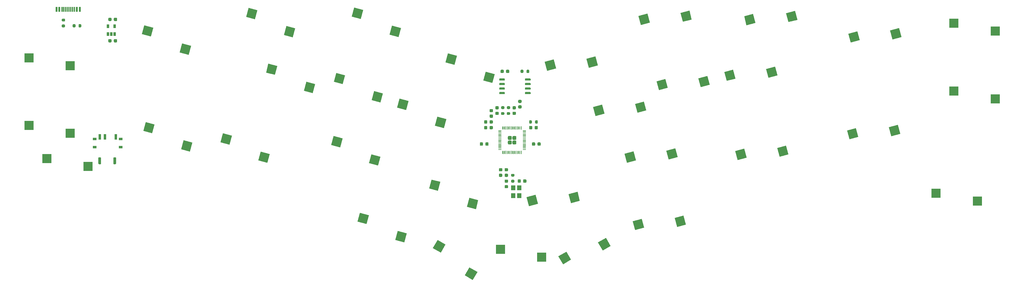
<source format=gbp>
%TF.GenerationSoftware,KiCad,Pcbnew,(5.1.10)-1*%
%TF.CreationDate,2022-02-26T14:39:07-08:00*%
%TF.ProjectId,keefighter,6b656566-6967-4687-9465-722e6b696361,rev?*%
%TF.SameCoordinates,Original*%
%TF.FileFunction,Paste,Bot*%
%TF.FilePolarity,Positive*%
%FSLAX46Y46*%
G04 Gerber Fmt 4.6, Leading zero omitted, Abs format (unit mm)*
G04 Created by KiCad (PCBNEW (5.1.10)-1) date 2022-02-26 14:39:07*
%MOMM*%
%LPD*%
G01*
G04 APERTURE LIST*
%ADD10R,0.600000X1.450000*%
%ADD11R,0.300000X1.450000*%
%ADD12C,0.100000*%
%ADD13R,2.600000X2.600000*%
%ADD14R,1.000000X0.800000*%
%ADD15R,0.700000X1.500000*%
%ADD16R,1.200000X1.400000*%
%ADD17R,0.650000X1.060000*%
G04 APERTURE END LIST*
D10*
X87966904Y-102811690D03*
X81466904Y-102811690D03*
X87166904Y-102811690D03*
X82266904Y-102811690D03*
D11*
X82966904Y-102811690D03*
X86466904Y-102811690D03*
X83466904Y-102811690D03*
X85966904Y-102811690D03*
X83966904Y-102811690D03*
X85466904Y-102811690D03*
X84966904Y-102811690D03*
X84466904Y-102811690D03*
G36*
G01*
X93166904Y-146116690D02*
X93166904Y-144516690D01*
G75*
G02*
X93366904Y-144316690I200000J0D01*
G01*
X93766904Y-144316690D01*
G75*
G02*
X93966904Y-144516690I0J-200000D01*
G01*
X93966904Y-146116690D01*
G75*
G02*
X93766904Y-146316690I-200000J0D01*
G01*
X93366904Y-146316690D01*
G75*
G02*
X93166904Y-146116690I0J200000D01*
G01*
G37*
G36*
G01*
X97366904Y-146116690D02*
X97366904Y-144516690D01*
G75*
G02*
X97566904Y-144316690I200000J0D01*
G01*
X97966904Y-144316690D01*
G75*
G02*
X98166904Y-144516690I0J-200000D01*
G01*
X98166904Y-146116690D01*
G75*
G02*
X97966904Y-146316690I-200000J0D01*
G01*
X97566904Y-146316690D01*
G75*
G02*
X97366904Y-146116690I0J200000D01*
G01*
G37*
D12*
G36*
X213759847Y-158044684D02*
G01*
X213086918Y-155533277D01*
X215598325Y-154860348D01*
X216271254Y-157371755D01*
X213759847Y-158044684D01*
G37*
G36*
X225485692Y-157180361D02*
G01*
X224812763Y-154668954D01*
X227324170Y-153996025D01*
X227997099Y-156507432D01*
X225485692Y-157180361D01*
G37*
G36*
X282642892Y-118838134D02*
G01*
X283315821Y-121349541D01*
X280804414Y-122022470D01*
X280131485Y-119511063D01*
X282642892Y-118838134D01*
G37*
G36*
X270917047Y-119702457D02*
G01*
X271589976Y-122213864D01*
X269078569Y-122886793D01*
X268405640Y-120375386D01*
X270917047Y-119702457D01*
G37*
G36*
X263672663Y-121457917D02*
G01*
X264345592Y-123969324D01*
X261834185Y-124642253D01*
X261161256Y-122130846D01*
X263672663Y-121457917D01*
G37*
G36*
X251946818Y-122322240D02*
G01*
X252619747Y-124833647D01*
X250108340Y-125506576D01*
X249435411Y-122995169D01*
X251946818Y-122322240D01*
G37*
G36*
X245933612Y-128669512D02*
G01*
X246606541Y-131180919D01*
X244095134Y-131853848D01*
X243422205Y-129342441D01*
X245933612Y-128669512D01*
G37*
G36*
X234207767Y-129533835D02*
G01*
X234880696Y-132045242D01*
X232369289Y-132718171D01*
X231696360Y-130206764D01*
X234207767Y-129533835D01*
G37*
G36*
X190597874Y-133625896D02*
G01*
X189924945Y-136137303D01*
X187413538Y-135464374D01*
X188086467Y-132952967D01*
X190597874Y-133625896D01*
G37*
G36*
X180010832Y-128511499D02*
G01*
X179337903Y-131022906D01*
X176826496Y-130349977D01*
X177499425Y-127838570D01*
X180010832Y-128511499D01*
G37*
G36*
X172858823Y-126414301D02*
G01*
X172185894Y-128925708D01*
X169674487Y-128252779D01*
X170347416Y-125741372D01*
X172858823Y-126414301D01*
G37*
G36*
X162271781Y-121299904D02*
G01*
X161598852Y-123811311D01*
X159087445Y-123138382D01*
X159760374Y-120626975D01*
X162271781Y-121299904D01*
G37*
G36*
X153888594Y-123794518D02*
G01*
X153215665Y-126305925D01*
X150704258Y-125632996D01*
X151377187Y-123121589D01*
X153888594Y-123794518D01*
G37*
G36*
X143301552Y-118680121D02*
G01*
X142628623Y-121191528D01*
X140117216Y-120518599D01*
X140790145Y-118007192D01*
X143301552Y-118680121D01*
G37*
D13*
X327706469Y-154402224D03*
X339256469Y-156602224D03*
D12*
G36*
X257037427Y-160721853D02*
G01*
X257710356Y-163233260D01*
X255198949Y-163906189D01*
X254526020Y-161394782D01*
X257037427Y-160721853D01*
G37*
G36*
X245311582Y-161586176D02*
G01*
X245984511Y-164097583D01*
X243473104Y-164770512D01*
X242800175Y-162259105D01*
X245311582Y-161586176D01*
G37*
G36*
X235315558Y-166960284D02*
G01*
X236615558Y-169211950D01*
X234363892Y-170511950D01*
X233063892Y-168260284D01*
X235315558Y-166960284D01*
G37*
G36*
X224212965Y-170830028D02*
G01*
X225512965Y-173081694D01*
X223261299Y-174381694D01*
X221961299Y-172130028D01*
X224212965Y-170830028D01*
G37*
D13*
X217291703Y-172371651D03*
X205741703Y-170171651D03*
D12*
G36*
X199302234Y-176535430D02*
G01*
X198002234Y-178787096D01*
X195750568Y-177487096D01*
X197050568Y-175235430D01*
X199302234Y-176535430D01*
G37*
G36*
X190399641Y-168855174D02*
G01*
X189099641Y-171106840D01*
X186847975Y-169806840D01*
X188147975Y-167555174D01*
X190399641Y-168855174D01*
G37*
G36*
X179494059Y-165678237D02*
G01*
X178821130Y-168189644D01*
X176309723Y-167516715D01*
X176982652Y-165005308D01*
X179494059Y-165678237D01*
G37*
G36*
X168907017Y-160563840D02*
G01*
X168234088Y-163075247D01*
X165722681Y-162402318D01*
X166395610Y-159890911D01*
X168907017Y-160563840D01*
G37*
D13*
X90327044Y-146902024D03*
X78777044Y-144702024D03*
X344256469Y-127902224D03*
X332706469Y-125702224D03*
D12*
G36*
X317012780Y-135242588D02*
G01*
X317685709Y-137753995D01*
X315174302Y-138426924D01*
X314501373Y-135915517D01*
X317012780Y-135242588D01*
G37*
G36*
X305286935Y-136106911D02*
G01*
X305959864Y-138618318D01*
X303448457Y-139291247D01*
X302775528Y-136779840D01*
X305286935Y-136106911D01*
G37*
G36*
X272157714Y-145080007D02*
G01*
X271484785Y-142568600D01*
X273996192Y-141895671D01*
X274669121Y-144407078D01*
X272157714Y-145080007D01*
G37*
G36*
X283883559Y-144215684D02*
G01*
X283210630Y-141704277D01*
X285722037Y-141031348D01*
X286394966Y-143542755D01*
X283883559Y-144215684D01*
G37*
G36*
X241157769Y-145839226D02*
G01*
X240484840Y-143327819D01*
X242996247Y-142654890D01*
X243669176Y-145166297D01*
X241157769Y-145839226D01*
G37*
G36*
X252883614Y-144974903D02*
G01*
X252210685Y-142463496D01*
X254722092Y-141790567D01*
X255395021Y-144301974D01*
X252883614Y-144974903D01*
G37*
G36*
X185776679Y-153088300D02*
G01*
X186449608Y-150576893D01*
X188961015Y-151249822D01*
X188288086Y-153761229D01*
X185776679Y-153088300D01*
G37*
G36*
X196363721Y-158202697D02*
G01*
X197036650Y-155691290D01*
X199548057Y-156364219D01*
X198875128Y-158875626D01*
X196363721Y-158202697D01*
G37*
G36*
X158378757Y-140882842D02*
G01*
X159051686Y-138371435D01*
X161563093Y-139044364D01*
X160890164Y-141555771D01*
X158378757Y-140882842D01*
G37*
G36*
X168965799Y-145997239D02*
G01*
X169638728Y-143485832D01*
X172150135Y-144158761D01*
X171477206Y-146670168D01*
X168965799Y-145997239D01*
G37*
G36*
X127378812Y-140123623D02*
G01*
X128051741Y-137612216D01*
X130563148Y-138285145D01*
X129890219Y-140796552D01*
X127378812Y-140123623D01*
G37*
G36*
X137965854Y-145238020D02*
G01*
X138638783Y-142726613D01*
X141150190Y-143399542D01*
X140477261Y-145910949D01*
X137965854Y-145238020D01*
G37*
G36*
X119518706Y-140198972D02*
G01*
X118845777Y-142710379D01*
X116334370Y-142037450D01*
X117007299Y-139526043D01*
X119518706Y-140198972D01*
G37*
G36*
X108931664Y-135084575D02*
G01*
X108258735Y-137595982D01*
X105747328Y-136923053D01*
X106420257Y-134411646D01*
X108931664Y-135084575D01*
G37*
D13*
X73777044Y-135402024D03*
X85327044Y-137602024D03*
X344256469Y-108902224D03*
X332706469Y-106702224D03*
D12*
G36*
X317371769Y-108069026D02*
G01*
X318044698Y-110580433D01*
X315533291Y-111253362D01*
X314860362Y-108741955D01*
X317371769Y-108069026D01*
G37*
G36*
X305645924Y-108933349D02*
G01*
X306318853Y-111444756D01*
X303807446Y-112117685D01*
X303134517Y-109606278D01*
X305645924Y-108933349D01*
G37*
G36*
X288210459Y-103192313D02*
G01*
X288883388Y-105703720D01*
X286371981Y-106376649D01*
X285699052Y-103865242D01*
X288210459Y-103192313D01*
G37*
G36*
X276484614Y-104056636D02*
G01*
X277157543Y-106568043D01*
X274646136Y-107240972D01*
X273973207Y-104729565D01*
X276484614Y-104056636D01*
G37*
G36*
X258648273Y-103105806D02*
G01*
X259321202Y-105617213D01*
X256809795Y-106290142D01*
X256136866Y-103778735D01*
X258648273Y-103105806D01*
G37*
G36*
X246922428Y-103970129D02*
G01*
X247595357Y-106481536D01*
X245083950Y-107154465D01*
X244411021Y-104643058D01*
X246922428Y-103970129D01*
G37*
G36*
X232370481Y-115997004D02*
G01*
X233043410Y-118508411D01*
X230532003Y-119181340D01*
X229859074Y-116669933D01*
X232370481Y-115997004D01*
G37*
G36*
X220644636Y-116861327D02*
G01*
X221317565Y-119372734D01*
X218806158Y-120045663D01*
X218133229Y-117534256D01*
X220644636Y-116861327D01*
G37*
G36*
X204161005Y-120953388D02*
G01*
X203488076Y-123464795D01*
X200976669Y-122791866D01*
X201649598Y-120280459D01*
X204161005Y-120953388D01*
G37*
G36*
X193573963Y-115838991D02*
G01*
X192901034Y-118350398D01*
X190389627Y-117677469D01*
X191062556Y-115166062D01*
X193573963Y-115838991D01*
G37*
G36*
X177883213Y-108062190D02*
G01*
X177210284Y-110573597D01*
X174698877Y-109900668D01*
X175371806Y-107389261D01*
X177883213Y-108062190D01*
G37*
G36*
X167296171Y-102947793D02*
G01*
X166623242Y-105459200D01*
X164111835Y-104786271D01*
X164784764Y-102274864D01*
X167296171Y-102947793D01*
G37*
G36*
X148321027Y-108148697D02*
G01*
X147648098Y-110660104D01*
X145136691Y-109987175D01*
X145809620Y-107475768D01*
X148321027Y-108148697D01*
G37*
G36*
X137733985Y-103034300D02*
G01*
X137061056Y-105545707D01*
X134549649Y-104872778D01*
X135222578Y-102361371D01*
X137733985Y-103034300D01*
G37*
G36*
X119159717Y-113025410D02*
G01*
X118486788Y-115536817D01*
X115975381Y-114863888D01*
X116648310Y-112352481D01*
X119159717Y-113025410D01*
G37*
G36*
X108572675Y-107911013D02*
G01*
X107899746Y-110422420D01*
X105388339Y-109749491D01*
X106061268Y-107238084D01*
X108572675Y-107911013D01*
G37*
D13*
X73777044Y-116402024D03*
X85327044Y-118602024D03*
G36*
G01*
X83125000Y-107025000D02*
X83675000Y-107025000D01*
G75*
G02*
X83875000Y-107225000I0J-200000D01*
G01*
X83875000Y-107625000D01*
G75*
G02*
X83675000Y-107825000I-200000J0D01*
G01*
X83125000Y-107825000D01*
G75*
G02*
X82925000Y-107625000I0J200000D01*
G01*
X82925000Y-107225000D01*
G75*
G02*
X83125000Y-107025000I200000J0D01*
G01*
G37*
G36*
G01*
X83125000Y-105375000D02*
X83675000Y-105375000D01*
G75*
G02*
X83875000Y-105575000I0J-200000D01*
G01*
X83875000Y-105975000D01*
G75*
G02*
X83675000Y-106175000I-200000J0D01*
G01*
X83125000Y-106175000D01*
G75*
G02*
X82925000Y-105975000I0J200000D01*
G01*
X82925000Y-105575000D01*
G75*
G02*
X83125000Y-105375000I200000J0D01*
G01*
G37*
G36*
G01*
X87625000Y-107675000D02*
X87625000Y-107125000D01*
G75*
G02*
X87825000Y-106925000I200000J0D01*
G01*
X88225000Y-106925000D01*
G75*
G02*
X88425000Y-107125000I0J-200000D01*
G01*
X88425000Y-107675000D01*
G75*
G02*
X88225000Y-107875000I-200000J0D01*
G01*
X87825000Y-107875000D01*
G75*
G02*
X87625000Y-107675000I0J200000D01*
G01*
G37*
G36*
G01*
X85975000Y-107675000D02*
X85975000Y-107125000D01*
G75*
G02*
X86175000Y-106925000I200000J0D01*
G01*
X86575000Y-106925000D01*
G75*
G02*
X86775000Y-107125000I0J-200000D01*
G01*
X86775000Y-107675000D01*
G75*
G02*
X86575000Y-107875000I-200000J0D01*
G01*
X86175000Y-107875000D01*
G75*
G02*
X85975000Y-107675000I0J200000D01*
G01*
G37*
G36*
G01*
X209475000Y-149775000D02*
X208925000Y-149775000D01*
G75*
G02*
X208725000Y-149575000I0J200000D01*
G01*
X208725000Y-149175000D01*
G75*
G02*
X208925000Y-148975000I200000J0D01*
G01*
X209475000Y-148975000D01*
G75*
G02*
X209675000Y-149175000I0J-200000D01*
G01*
X209675000Y-149575000D01*
G75*
G02*
X209475000Y-149775000I-200000J0D01*
G01*
G37*
G36*
G01*
X209475000Y-151425000D02*
X208925000Y-151425000D01*
G75*
G02*
X208725000Y-151225000I0J200000D01*
G01*
X208725000Y-150825000D01*
G75*
G02*
X208925000Y-150625000I200000J0D01*
G01*
X209475000Y-150625000D01*
G75*
G02*
X209675000Y-150825000I0J-200000D01*
G01*
X209675000Y-151225000D01*
G75*
G02*
X209475000Y-151425000I-200000J0D01*
G01*
G37*
G36*
G01*
X206125000Y-131625000D02*
X206675000Y-131625000D01*
G75*
G02*
X206875000Y-131825000I0J-200000D01*
G01*
X206875000Y-132225000D01*
G75*
G02*
X206675000Y-132425000I-200000J0D01*
G01*
X206125000Y-132425000D01*
G75*
G02*
X205925000Y-132225000I0J200000D01*
G01*
X205925000Y-131825000D01*
G75*
G02*
X206125000Y-131625000I200000J0D01*
G01*
G37*
G36*
G01*
X206125000Y-129975000D02*
X206675000Y-129975000D01*
G75*
G02*
X206875000Y-130175000I0J-200000D01*
G01*
X206875000Y-130575000D01*
G75*
G02*
X206675000Y-130775000I-200000J0D01*
G01*
X206125000Y-130775000D01*
G75*
G02*
X205925000Y-130575000I0J200000D01*
G01*
X205925000Y-130175000D01*
G75*
G02*
X206125000Y-129975000I200000J0D01*
G01*
G37*
G36*
G01*
X207725000Y-131625000D02*
X208275000Y-131625000D01*
G75*
G02*
X208475000Y-131825000I0J-200000D01*
G01*
X208475000Y-132225000D01*
G75*
G02*
X208275000Y-132425000I-200000J0D01*
G01*
X207725000Y-132425000D01*
G75*
G02*
X207525000Y-132225000I0J200000D01*
G01*
X207525000Y-131825000D01*
G75*
G02*
X207725000Y-131625000I200000J0D01*
G01*
G37*
G36*
G01*
X207725000Y-129975000D02*
X208275000Y-129975000D01*
G75*
G02*
X208475000Y-130175000I0J-200000D01*
G01*
X208475000Y-130575000D01*
G75*
G02*
X208275000Y-130775000I-200000J0D01*
G01*
X207725000Y-130775000D01*
G75*
G02*
X207525000Y-130575000I0J200000D01*
G01*
X207525000Y-130175000D01*
G75*
G02*
X207725000Y-129975000I200000J0D01*
G01*
G37*
G36*
G01*
X213025000Y-120475000D02*
X213025000Y-119925000D01*
G75*
G02*
X213225000Y-119725000I200000J0D01*
G01*
X213625000Y-119725000D01*
G75*
G02*
X213825000Y-119925000I0J-200000D01*
G01*
X213825000Y-120475000D01*
G75*
G02*
X213625000Y-120675000I-200000J0D01*
G01*
X213225000Y-120675000D01*
G75*
G02*
X213025000Y-120475000I0J200000D01*
G01*
G37*
G36*
G01*
X211375000Y-120475000D02*
X211375000Y-119925000D01*
G75*
G02*
X211575000Y-119725000I200000J0D01*
G01*
X211975000Y-119725000D01*
G75*
G02*
X212175000Y-119925000I0J-200000D01*
G01*
X212175000Y-120475000D01*
G75*
G02*
X211975000Y-120675000I-200000J0D01*
G01*
X211575000Y-120675000D01*
G75*
G02*
X211375000Y-120475000I0J200000D01*
G01*
G37*
G36*
G01*
X215425000Y-134675000D02*
X215425000Y-134125000D01*
G75*
G02*
X215625000Y-133925000I200000J0D01*
G01*
X216025000Y-133925000D01*
G75*
G02*
X216225000Y-134125000I0J-200000D01*
G01*
X216225000Y-134675000D01*
G75*
G02*
X216025000Y-134875000I-200000J0D01*
G01*
X215625000Y-134875000D01*
G75*
G02*
X215425000Y-134675000I0J200000D01*
G01*
G37*
G36*
G01*
X213775000Y-134675000D02*
X213775000Y-134125000D01*
G75*
G02*
X213975000Y-133925000I200000J0D01*
G01*
X214375000Y-133925000D01*
G75*
G02*
X214575000Y-134125000I0J-200000D01*
G01*
X214575000Y-134675000D01*
G75*
G02*
X214375000Y-134875000I-200000J0D01*
G01*
X213975000Y-134875000D01*
G75*
G02*
X213775000Y-134675000I0J200000D01*
G01*
G37*
G36*
G01*
X202075000Y-134150000D02*
X202075000Y-134650000D01*
G75*
G02*
X201850000Y-134875000I-225000J0D01*
G01*
X201400000Y-134875000D01*
G75*
G02*
X201175000Y-134650000I0J225000D01*
G01*
X201175000Y-134150000D01*
G75*
G02*
X201400000Y-133925000I225000J0D01*
G01*
X201850000Y-133925000D01*
G75*
G02*
X202075000Y-134150000I0J-225000D01*
G01*
G37*
G36*
G01*
X203625000Y-134150000D02*
X203625000Y-134650000D01*
G75*
G02*
X203400000Y-134875000I-225000J0D01*
G01*
X202950000Y-134875000D01*
G75*
G02*
X202725000Y-134650000I0J225000D01*
G01*
X202725000Y-134150000D01*
G75*
G02*
X202950000Y-133925000I225000J0D01*
G01*
X203400000Y-133925000D01*
G75*
G02*
X203625000Y-134150000I0J-225000D01*
G01*
G37*
G36*
G01*
X202075000Y-135750000D02*
X202075000Y-136250000D01*
G75*
G02*
X201850000Y-136475000I-225000J0D01*
G01*
X201400000Y-136475000D01*
G75*
G02*
X201175000Y-136250000I0J225000D01*
G01*
X201175000Y-135750000D01*
G75*
G02*
X201400000Y-135525000I225000J0D01*
G01*
X201850000Y-135525000D01*
G75*
G02*
X202075000Y-135750000I0J-225000D01*
G01*
G37*
G36*
G01*
X203625000Y-135750000D02*
X203625000Y-136250000D01*
G75*
G02*
X203400000Y-136475000I-225000J0D01*
G01*
X202950000Y-136475000D01*
G75*
G02*
X202725000Y-136250000I0J225000D01*
G01*
X202725000Y-135750000D01*
G75*
G02*
X202950000Y-135525000I225000J0D01*
G01*
X203400000Y-135525000D01*
G75*
G02*
X203625000Y-135750000I0J-225000D01*
G01*
G37*
G36*
G01*
X207150000Y-148925000D02*
X207650000Y-148925000D01*
G75*
G02*
X207875000Y-149150000I0J-225000D01*
G01*
X207875000Y-149600000D01*
G75*
G02*
X207650000Y-149825000I-225000J0D01*
G01*
X207150000Y-149825000D01*
G75*
G02*
X206925000Y-149600000I0J225000D01*
G01*
X206925000Y-149150000D01*
G75*
G02*
X207150000Y-148925000I225000J0D01*
G01*
G37*
G36*
G01*
X207150000Y-147375000D02*
X207650000Y-147375000D01*
G75*
G02*
X207875000Y-147600000I0J-225000D01*
G01*
X207875000Y-148050000D01*
G75*
G02*
X207650000Y-148275000I-225000J0D01*
G01*
X207150000Y-148275000D01*
G75*
G02*
X206925000Y-148050000I0J225000D01*
G01*
X206925000Y-147600000D01*
G75*
G02*
X207150000Y-147375000I225000J0D01*
G01*
G37*
G36*
G01*
X216125000Y-140850000D02*
X216125000Y-140350000D01*
G75*
G02*
X216350000Y-140125000I225000J0D01*
G01*
X216800000Y-140125000D01*
G75*
G02*
X217025000Y-140350000I0J-225000D01*
G01*
X217025000Y-140850000D01*
G75*
G02*
X216800000Y-141075000I-225000J0D01*
G01*
X216350000Y-141075000D01*
G75*
G02*
X216125000Y-140850000I0J225000D01*
G01*
G37*
G36*
G01*
X214575000Y-140850000D02*
X214575000Y-140350000D01*
G75*
G02*
X214800000Y-140125000I225000J0D01*
G01*
X215250000Y-140125000D01*
G75*
G02*
X215475000Y-140350000I0J-225000D01*
G01*
X215475000Y-140850000D01*
G75*
G02*
X215250000Y-141075000I-225000J0D01*
G01*
X214800000Y-141075000D01*
G75*
G02*
X214575000Y-140850000I0J225000D01*
G01*
G37*
G36*
G01*
X200875000Y-140350000D02*
X200875000Y-140850000D01*
G75*
G02*
X200650000Y-141075000I-225000J0D01*
G01*
X200200000Y-141075000D01*
G75*
G02*
X199975000Y-140850000I0J225000D01*
G01*
X199975000Y-140350000D01*
G75*
G02*
X200200000Y-140125000I225000J0D01*
G01*
X200650000Y-140125000D01*
G75*
G02*
X200875000Y-140350000I0J-225000D01*
G01*
G37*
G36*
G01*
X202425000Y-140350000D02*
X202425000Y-140850000D01*
G75*
G02*
X202200000Y-141075000I-225000J0D01*
G01*
X201750000Y-141075000D01*
G75*
G02*
X201525000Y-140850000I0J225000D01*
G01*
X201525000Y-140350000D01*
G75*
G02*
X201750000Y-140125000I225000J0D01*
G01*
X202200000Y-140125000D01*
G75*
G02*
X202425000Y-140350000I0J-225000D01*
G01*
G37*
G36*
G01*
X215325000Y-136250000D02*
X215325000Y-135750000D01*
G75*
G02*
X215550000Y-135525000I225000J0D01*
G01*
X216000000Y-135525000D01*
G75*
G02*
X216225000Y-135750000I0J-225000D01*
G01*
X216225000Y-136250000D01*
G75*
G02*
X216000000Y-136475000I-225000J0D01*
G01*
X215550000Y-136475000D01*
G75*
G02*
X215325000Y-136250000I0J225000D01*
G01*
G37*
G36*
G01*
X213775000Y-136250000D02*
X213775000Y-135750000D01*
G75*
G02*
X214000000Y-135525000I225000J0D01*
G01*
X214450000Y-135525000D01*
G75*
G02*
X214675000Y-135750000I0J-225000D01*
G01*
X214675000Y-136250000D01*
G75*
G02*
X214450000Y-136475000I-225000J0D01*
G01*
X214000000Y-136475000D01*
G75*
G02*
X213775000Y-136250000I0J225000D01*
G01*
G37*
G36*
G01*
X203450000Y-131675000D02*
X202950000Y-131675000D01*
G75*
G02*
X202725000Y-131450000I0J225000D01*
G01*
X202725000Y-131000000D01*
G75*
G02*
X202950000Y-130775000I225000J0D01*
G01*
X203450000Y-130775000D01*
G75*
G02*
X203675000Y-131000000I0J-225000D01*
G01*
X203675000Y-131450000D01*
G75*
G02*
X203450000Y-131675000I-225000J0D01*
G01*
G37*
G36*
G01*
X203450000Y-133225000D02*
X202950000Y-133225000D01*
G75*
G02*
X202725000Y-133000000I0J225000D01*
G01*
X202725000Y-132550000D01*
G75*
G02*
X202950000Y-132325000I225000J0D01*
G01*
X203450000Y-132325000D01*
G75*
G02*
X203675000Y-132550000I0J-225000D01*
G01*
X203675000Y-133000000D01*
G75*
G02*
X203450000Y-133225000I-225000J0D01*
G01*
G37*
G36*
G01*
X209850000Y-130875000D02*
X209350000Y-130875000D01*
G75*
G02*
X209125000Y-130650000I0J225000D01*
G01*
X209125000Y-130200000D01*
G75*
G02*
X209350000Y-129975000I225000J0D01*
G01*
X209850000Y-129975000D01*
G75*
G02*
X210075000Y-130200000I0J-225000D01*
G01*
X210075000Y-130650000D01*
G75*
G02*
X209850000Y-130875000I-225000J0D01*
G01*
G37*
G36*
G01*
X209850000Y-132425000D02*
X209350000Y-132425000D01*
G75*
G02*
X209125000Y-132200000I0J225000D01*
G01*
X209125000Y-131750000D01*
G75*
G02*
X209350000Y-131525000I225000J0D01*
G01*
X209850000Y-131525000D01*
G75*
G02*
X210075000Y-131750000I0J-225000D01*
G01*
X210075000Y-132200000D01*
G75*
G02*
X209850000Y-132425000I-225000J0D01*
G01*
G37*
G36*
G01*
X205050000Y-130875000D02*
X204550000Y-130875000D01*
G75*
G02*
X204325000Y-130650000I0J225000D01*
G01*
X204325000Y-130200000D01*
G75*
G02*
X204550000Y-129975000I225000J0D01*
G01*
X205050000Y-129975000D01*
G75*
G02*
X205275000Y-130200000I0J-225000D01*
G01*
X205275000Y-130650000D01*
G75*
G02*
X205050000Y-130875000I-225000J0D01*
G01*
G37*
G36*
G01*
X205050000Y-132425000D02*
X204550000Y-132425000D01*
G75*
G02*
X204325000Y-132200000I0J225000D01*
G01*
X204325000Y-131750000D01*
G75*
G02*
X204550000Y-131525000I225000J0D01*
G01*
X205050000Y-131525000D01*
G75*
G02*
X205275000Y-131750000I0J-225000D01*
G01*
X205275000Y-132200000D01*
G75*
G02*
X205050000Y-132425000I-225000J0D01*
G01*
G37*
G36*
G01*
X205550000Y-148925000D02*
X206050000Y-148925000D01*
G75*
G02*
X206275000Y-149150000I0J-225000D01*
G01*
X206275000Y-149600000D01*
G75*
G02*
X206050000Y-149825000I-225000J0D01*
G01*
X205550000Y-149825000D01*
G75*
G02*
X205325000Y-149600000I0J225000D01*
G01*
X205325000Y-149150000D01*
G75*
G02*
X205550000Y-148925000I225000J0D01*
G01*
G37*
G36*
G01*
X205550000Y-147375000D02*
X206050000Y-147375000D01*
G75*
G02*
X206275000Y-147600000I0J-225000D01*
G01*
X206275000Y-148050000D01*
G75*
G02*
X206050000Y-148275000I-225000J0D01*
G01*
X205550000Y-148275000D01*
G75*
G02*
X205325000Y-148050000I0J225000D01*
G01*
X205325000Y-147600000D01*
G75*
G02*
X205550000Y-147375000I225000J0D01*
G01*
G37*
G36*
G01*
X211450000Y-129075000D02*
X210950000Y-129075000D01*
G75*
G02*
X210725000Y-128850000I0J225000D01*
G01*
X210725000Y-128400000D01*
G75*
G02*
X210950000Y-128175000I225000J0D01*
G01*
X211450000Y-128175000D01*
G75*
G02*
X211675000Y-128400000I0J-225000D01*
G01*
X211675000Y-128850000D01*
G75*
G02*
X211450000Y-129075000I-225000J0D01*
G01*
G37*
G36*
G01*
X211450000Y-130625000D02*
X210950000Y-130625000D01*
G75*
G02*
X210725000Y-130400000I0J225000D01*
G01*
X210725000Y-129950000D01*
G75*
G02*
X210950000Y-129725000I225000J0D01*
G01*
X211450000Y-129725000D01*
G75*
G02*
X211675000Y-129950000I0J-225000D01*
G01*
X211675000Y-130400000D01*
G75*
G02*
X211450000Y-130625000I-225000J0D01*
G01*
G37*
G36*
G01*
X207325000Y-120450000D02*
X207325000Y-119950000D01*
G75*
G02*
X207550000Y-119725000I225000J0D01*
G01*
X208000000Y-119725000D01*
G75*
G02*
X208225000Y-119950000I0J-225000D01*
G01*
X208225000Y-120450000D01*
G75*
G02*
X208000000Y-120675000I-225000J0D01*
G01*
X207550000Y-120675000D01*
G75*
G02*
X207325000Y-120450000I0J225000D01*
G01*
G37*
G36*
G01*
X205775000Y-120450000D02*
X205775000Y-119950000D01*
G75*
G02*
X206000000Y-119725000I225000J0D01*
G01*
X206450000Y-119725000D01*
G75*
G02*
X206675000Y-119950000I0J-225000D01*
G01*
X206675000Y-120450000D01*
G75*
G02*
X206450000Y-120675000I-225000J0D01*
G01*
X206000000Y-120675000D01*
G75*
G02*
X205775000Y-120450000I0J225000D01*
G01*
G37*
G36*
G01*
X96875000Y-105350000D02*
X96875000Y-105850000D01*
G75*
G02*
X96650000Y-106075000I-225000J0D01*
G01*
X96200000Y-106075000D01*
G75*
G02*
X95975000Y-105850000I0J225000D01*
G01*
X95975000Y-105350000D01*
G75*
G02*
X96200000Y-105125000I225000J0D01*
G01*
X96650000Y-105125000D01*
G75*
G02*
X96875000Y-105350000I0J-225000D01*
G01*
G37*
G36*
G01*
X98425000Y-105350000D02*
X98425000Y-105850000D01*
G75*
G02*
X98200000Y-106075000I-225000J0D01*
G01*
X97750000Y-106075000D01*
G75*
G02*
X97525000Y-105850000I0J225000D01*
G01*
X97525000Y-105350000D01*
G75*
G02*
X97750000Y-105125000I225000J0D01*
G01*
X98200000Y-105125000D01*
G75*
G02*
X98425000Y-105350000I0J-225000D01*
G01*
G37*
G36*
G01*
X207150000Y-152125000D02*
X207650000Y-152125000D01*
G75*
G02*
X207875000Y-152350000I0J-225000D01*
G01*
X207875000Y-152800000D01*
G75*
G02*
X207650000Y-153025000I-225000J0D01*
G01*
X207150000Y-153025000D01*
G75*
G02*
X206925000Y-152800000I0J225000D01*
G01*
X206925000Y-152350000D01*
G75*
G02*
X207150000Y-152125000I225000J0D01*
G01*
G37*
G36*
G01*
X207150000Y-150575000D02*
X207650000Y-150575000D01*
G75*
G02*
X207875000Y-150800000I0J-225000D01*
G01*
X207875000Y-151250000D01*
G75*
G02*
X207650000Y-151475000I-225000J0D01*
G01*
X207150000Y-151475000D01*
G75*
G02*
X206925000Y-151250000I0J225000D01*
G01*
X206925000Y-150800000D01*
G75*
G02*
X207150000Y-150575000I225000J0D01*
G01*
G37*
G36*
G01*
X211475000Y-150750000D02*
X211475000Y-151250000D01*
G75*
G02*
X211250000Y-151475000I-225000J0D01*
G01*
X210800000Y-151475000D01*
G75*
G02*
X210575000Y-151250000I0J225000D01*
G01*
X210575000Y-150750000D01*
G75*
G02*
X210800000Y-150525000I225000J0D01*
G01*
X211250000Y-150525000D01*
G75*
G02*
X211475000Y-150750000I0J-225000D01*
G01*
G37*
G36*
G01*
X213025000Y-150750000D02*
X213025000Y-151250000D01*
G75*
G02*
X212800000Y-151475000I-225000J0D01*
G01*
X212350000Y-151475000D01*
G75*
G02*
X212125000Y-151250000I0J225000D01*
G01*
X212125000Y-150750000D01*
G75*
G02*
X212350000Y-150525000I225000J0D01*
G01*
X212800000Y-150525000D01*
G75*
G02*
X213025000Y-150750000I0J-225000D01*
G01*
G37*
G36*
G01*
X96875000Y-111350000D02*
X96875000Y-111850000D01*
G75*
G02*
X96650000Y-112075000I-225000J0D01*
G01*
X96200000Y-112075000D01*
G75*
G02*
X95975000Y-111850000I0J225000D01*
G01*
X95975000Y-111350000D01*
G75*
G02*
X96200000Y-111125000I225000J0D01*
G01*
X96650000Y-111125000D01*
G75*
G02*
X96875000Y-111350000I0J-225000D01*
G01*
G37*
G36*
G01*
X98425000Y-111350000D02*
X98425000Y-111850000D01*
G75*
G02*
X98200000Y-112075000I-225000J0D01*
G01*
X97750000Y-112075000D01*
G75*
G02*
X97525000Y-111850000I0J225000D01*
G01*
X97525000Y-111350000D01*
G75*
G02*
X97750000Y-111125000I225000J0D01*
G01*
X98200000Y-111125000D01*
G75*
G02*
X98425000Y-111350000I0J-225000D01*
G01*
G37*
D14*
X99450000Y-139220000D03*
X92150000Y-139220000D03*
X92150000Y-141430000D03*
X99450000Y-141430000D03*
D15*
X93550000Y-138570000D03*
X95050000Y-138570000D03*
X98050000Y-138570000D03*
D16*
X209350000Y-152900000D03*
X209350000Y-155100000D03*
X211050000Y-155100000D03*
X211050000Y-152900000D03*
G36*
G01*
X211717003Y-135704040D02*
X211717003Y-136479040D01*
G75*
G02*
X211667003Y-136529040I-50000J0D01*
G01*
X211567003Y-136529040D01*
G75*
G02*
X211517003Y-136479040I0J50000D01*
G01*
X211517003Y-135704040D01*
G75*
G02*
X211567003Y-135654040I50000J0D01*
G01*
X211667003Y-135654040D01*
G75*
G02*
X211717003Y-135704040I0J-50000D01*
G01*
G37*
G36*
G01*
X211317003Y-135704040D02*
X211317003Y-136479040D01*
G75*
G02*
X211267003Y-136529040I-50000J0D01*
G01*
X211167003Y-136529040D01*
G75*
G02*
X211117003Y-136479040I0J50000D01*
G01*
X211117003Y-135704040D01*
G75*
G02*
X211167003Y-135654040I50000J0D01*
G01*
X211267003Y-135654040D01*
G75*
G02*
X211317003Y-135704040I0J-50000D01*
G01*
G37*
G36*
G01*
X210917003Y-135704040D02*
X210917003Y-136479040D01*
G75*
G02*
X210867003Y-136529040I-50000J0D01*
G01*
X210767003Y-136529040D01*
G75*
G02*
X210717003Y-136479040I0J50000D01*
G01*
X210717003Y-135704040D01*
G75*
G02*
X210767003Y-135654040I50000J0D01*
G01*
X210867003Y-135654040D01*
G75*
G02*
X210917003Y-135704040I0J-50000D01*
G01*
G37*
G36*
G01*
X210517003Y-135704040D02*
X210517003Y-136479040D01*
G75*
G02*
X210467003Y-136529040I-50000J0D01*
G01*
X210367003Y-136529040D01*
G75*
G02*
X210317003Y-136479040I0J50000D01*
G01*
X210317003Y-135704040D01*
G75*
G02*
X210367003Y-135654040I50000J0D01*
G01*
X210467003Y-135654040D01*
G75*
G02*
X210517003Y-135704040I0J-50000D01*
G01*
G37*
G36*
G01*
X210117003Y-135704040D02*
X210117003Y-136479040D01*
G75*
G02*
X210067003Y-136529040I-50000J0D01*
G01*
X209967003Y-136529040D01*
G75*
G02*
X209917003Y-136479040I0J50000D01*
G01*
X209917003Y-135704040D01*
G75*
G02*
X209967003Y-135654040I50000J0D01*
G01*
X210067003Y-135654040D01*
G75*
G02*
X210117003Y-135704040I0J-50000D01*
G01*
G37*
G36*
G01*
X209717003Y-135704040D02*
X209717003Y-136479040D01*
G75*
G02*
X209667003Y-136529040I-50000J0D01*
G01*
X209567003Y-136529040D01*
G75*
G02*
X209517003Y-136479040I0J50000D01*
G01*
X209517003Y-135704040D01*
G75*
G02*
X209567003Y-135654040I50000J0D01*
G01*
X209667003Y-135654040D01*
G75*
G02*
X209717003Y-135704040I0J-50000D01*
G01*
G37*
G36*
G01*
X209317003Y-135704040D02*
X209317003Y-136479040D01*
G75*
G02*
X209267003Y-136529040I-50000J0D01*
G01*
X209167003Y-136529040D01*
G75*
G02*
X209117003Y-136479040I0J50000D01*
G01*
X209117003Y-135704040D01*
G75*
G02*
X209167003Y-135654040I50000J0D01*
G01*
X209267003Y-135654040D01*
G75*
G02*
X209317003Y-135704040I0J-50000D01*
G01*
G37*
G36*
G01*
X208917003Y-135704040D02*
X208917003Y-136479040D01*
G75*
G02*
X208867003Y-136529040I-50000J0D01*
G01*
X208767003Y-136529040D01*
G75*
G02*
X208717003Y-136479040I0J50000D01*
G01*
X208717003Y-135704040D01*
G75*
G02*
X208767003Y-135654040I50000J0D01*
G01*
X208867003Y-135654040D01*
G75*
G02*
X208917003Y-135704040I0J-50000D01*
G01*
G37*
G36*
G01*
X208517003Y-135704040D02*
X208517003Y-136479040D01*
G75*
G02*
X208467003Y-136529040I-50000J0D01*
G01*
X208367003Y-136529040D01*
G75*
G02*
X208317003Y-136479040I0J50000D01*
G01*
X208317003Y-135704040D01*
G75*
G02*
X208367003Y-135654040I50000J0D01*
G01*
X208467003Y-135654040D01*
G75*
G02*
X208517003Y-135704040I0J-50000D01*
G01*
G37*
G36*
G01*
X208117003Y-135704040D02*
X208117003Y-136479040D01*
G75*
G02*
X208067003Y-136529040I-50000J0D01*
G01*
X207967003Y-136529040D01*
G75*
G02*
X207917003Y-136479040I0J50000D01*
G01*
X207917003Y-135704040D01*
G75*
G02*
X207967003Y-135654040I50000J0D01*
G01*
X208067003Y-135654040D01*
G75*
G02*
X208117003Y-135704040I0J-50000D01*
G01*
G37*
G36*
G01*
X207717003Y-135704040D02*
X207717003Y-136479040D01*
G75*
G02*
X207667003Y-136529040I-50000J0D01*
G01*
X207567003Y-136529040D01*
G75*
G02*
X207517003Y-136479040I0J50000D01*
G01*
X207517003Y-135704040D01*
G75*
G02*
X207567003Y-135654040I50000J0D01*
G01*
X207667003Y-135654040D01*
G75*
G02*
X207717003Y-135704040I0J-50000D01*
G01*
G37*
G36*
G01*
X207317003Y-135704040D02*
X207317003Y-136479040D01*
G75*
G02*
X207267003Y-136529040I-50000J0D01*
G01*
X207167003Y-136529040D01*
G75*
G02*
X207117003Y-136479040I0J50000D01*
G01*
X207117003Y-135704040D01*
G75*
G02*
X207167003Y-135654040I50000J0D01*
G01*
X207267003Y-135654040D01*
G75*
G02*
X207317003Y-135704040I0J-50000D01*
G01*
G37*
G36*
G01*
X206917003Y-135704040D02*
X206917003Y-136479040D01*
G75*
G02*
X206867003Y-136529040I-50000J0D01*
G01*
X206767003Y-136529040D01*
G75*
G02*
X206717003Y-136479040I0J50000D01*
G01*
X206717003Y-135704040D01*
G75*
G02*
X206767003Y-135654040I50000J0D01*
G01*
X206867003Y-135654040D01*
G75*
G02*
X206917003Y-135704040I0J-50000D01*
G01*
G37*
G36*
G01*
X206517003Y-135704040D02*
X206517003Y-136479040D01*
G75*
G02*
X206467003Y-136529040I-50000J0D01*
G01*
X206367003Y-136529040D01*
G75*
G02*
X206317003Y-136479040I0J50000D01*
G01*
X206317003Y-135704040D01*
G75*
G02*
X206367003Y-135654040I50000J0D01*
G01*
X206467003Y-135654040D01*
G75*
G02*
X206517003Y-135704040I0J-50000D01*
G01*
G37*
G36*
G01*
X206017003Y-136879040D02*
X206017003Y-136979040D01*
G75*
G02*
X205967003Y-137029040I-50000J0D01*
G01*
X205192003Y-137029040D01*
G75*
G02*
X205142003Y-136979040I0J50000D01*
G01*
X205142003Y-136879040D01*
G75*
G02*
X205192003Y-136829040I50000J0D01*
G01*
X205967003Y-136829040D01*
G75*
G02*
X206017003Y-136879040I0J-50000D01*
G01*
G37*
G36*
G01*
X206017003Y-137279040D02*
X206017003Y-137379040D01*
G75*
G02*
X205967003Y-137429040I-50000J0D01*
G01*
X205192003Y-137429040D01*
G75*
G02*
X205142003Y-137379040I0J50000D01*
G01*
X205142003Y-137279040D01*
G75*
G02*
X205192003Y-137229040I50000J0D01*
G01*
X205967003Y-137229040D01*
G75*
G02*
X206017003Y-137279040I0J-50000D01*
G01*
G37*
G36*
G01*
X206017003Y-137679040D02*
X206017003Y-137779040D01*
G75*
G02*
X205967003Y-137829040I-50000J0D01*
G01*
X205192003Y-137829040D01*
G75*
G02*
X205142003Y-137779040I0J50000D01*
G01*
X205142003Y-137679040D01*
G75*
G02*
X205192003Y-137629040I50000J0D01*
G01*
X205967003Y-137629040D01*
G75*
G02*
X206017003Y-137679040I0J-50000D01*
G01*
G37*
G36*
G01*
X206017003Y-138079040D02*
X206017003Y-138179040D01*
G75*
G02*
X205967003Y-138229040I-50000J0D01*
G01*
X205192003Y-138229040D01*
G75*
G02*
X205142003Y-138179040I0J50000D01*
G01*
X205142003Y-138079040D01*
G75*
G02*
X205192003Y-138029040I50000J0D01*
G01*
X205967003Y-138029040D01*
G75*
G02*
X206017003Y-138079040I0J-50000D01*
G01*
G37*
G36*
G01*
X206017003Y-138479040D02*
X206017003Y-138579040D01*
G75*
G02*
X205967003Y-138629040I-50000J0D01*
G01*
X205192003Y-138629040D01*
G75*
G02*
X205142003Y-138579040I0J50000D01*
G01*
X205142003Y-138479040D01*
G75*
G02*
X205192003Y-138429040I50000J0D01*
G01*
X205967003Y-138429040D01*
G75*
G02*
X206017003Y-138479040I0J-50000D01*
G01*
G37*
G36*
G01*
X206017003Y-138879040D02*
X206017003Y-138979040D01*
G75*
G02*
X205967003Y-139029040I-50000J0D01*
G01*
X205192003Y-139029040D01*
G75*
G02*
X205142003Y-138979040I0J50000D01*
G01*
X205142003Y-138879040D01*
G75*
G02*
X205192003Y-138829040I50000J0D01*
G01*
X205967003Y-138829040D01*
G75*
G02*
X206017003Y-138879040I0J-50000D01*
G01*
G37*
G36*
G01*
X206017003Y-139279040D02*
X206017003Y-139379040D01*
G75*
G02*
X205967003Y-139429040I-50000J0D01*
G01*
X205192003Y-139429040D01*
G75*
G02*
X205142003Y-139379040I0J50000D01*
G01*
X205142003Y-139279040D01*
G75*
G02*
X205192003Y-139229040I50000J0D01*
G01*
X205967003Y-139229040D01*
G75*
G02*
X206017003Y-139279040I0J-50000D01*
G01*
G37*
G36*
G01*
X206017003Y-139679040D02*
X206017003Y-139779040D01*
G75*
G02*
X205967003Y-139829040I-50000J0D01*
G01*
X205192003Y-139829040D01*
G75*
G02*
X205142003Y-139779040I0J50000D01*
G01*
X205142003Y-139679040D01*
G75*
G02*
X205192003Y-139629040I50000J0D01*
G01*
X205967003Y-139629040D01*
G75*
G02*
X206017003Y-139679040I0J-50000D01*
G01*
G37*
G36*
G01*
X206017003Y-140079040D02*
X206017003Y-140179040D01*
G75*
G02*
X205967003Y-140229040I-50000J0D01*
G01*
X205192003Y-140229040D01*
G75*
G02*
X205142003Y-140179040I0J50000D01*
G01*
X205142003Y-140079040D01*
G75*
G02*
X205192003Y-140029040I50000J0D01*
G01*
X205967003Y-140029040D01*
G75*
G02*
X206017003Y-140079040I0J-50000D01*
G01*
G37*
G36*
G01*
X206017003Y-140479040D02*
X206017003Y-140579040D01*
G75*
G02*
X205967003Y-140629040I-50000J0D01*
G01*
X205192003Y-140629040D01*
G75*
G02*
X205142003Y-140579040I0J50000D01*
G01*
X205142003Y-140479040D01*
G75*
G02*
X205192003Y-140429040I50000J0D01*
G01*
X205967003Y-140429040D01*
G75*
G02*
X206017003Y-140479040I0J-50000D01*
G01*
G37*
G36*
G01*
X206017003Y-140879040D02*
X206017003Y-140979040D01*
G75*
G02*
X205967003Y-141029040I-50000J0D01*
G01*
X205192003Y-141029040D01*
G75*
G02*
X205142003Y-140979040I0J50000D01*
G01*
X205142003Y-140879040D01*
G75*
G02*
X205192003Y-140829040I50000J0D01*
G01*
X205967003Y-140829040D01*
G75*
G02*
X206017003Y-140879040I0J-50000D01*
G01*
G37*
G36*
G01*
X206017003Y-141279040D02*
X206017003Y-141379040D01*
G75*
G02*
X205967003Y-141429040I-50000J0D01*
G01*
X205192003Y-141429040D01*
G75*
G02*
X205142003Y-141379040I0J50000D01*
G01*
X205142003Y-141279040D01*
G75*
G02*
X205192003Y-141229040I50000J0D01*
G01*
X205967003Y-141229040D01*
G75*
G02*
X206017003Y-141279040I0J-50000D01*
G01*
G37*
G36*
G01*
X206017003Y-141679040D02*
X206017003Y-141779040D01*
G75*
G02*
X205967003Y-141829040I-50000J0D01*
G01*
X205192003Y-141829040D01*
G75*
G02*
X205142003Y-141779040I0J50000D01*
G01*
X205142003Y-141679040D01*
G75*
G02*
X205192003Y-141629040I50000J0D01*
G01*
X205967003Y-141629040D01*
G75*
G02*
X206017003Y-141679040I0J-50000D01*
G01*
G37*
G36*
G01*
X206017003Y-142079040D02*
X206017003Y-142179040D01*
G75*
G02*
X205967003Y-142229040I-50000J0D01*
G01*
X205192003Y-142229040D01*
G75*
G02*
X205142003Y-142179040I0J50000D01*
G01*
X205142003Y-142079040D01*
G75*
G02*
X205192003Y-142029040I50000J0D01*
G01*
X205967003Y-142029040D01*
G75*
G02*
X206017003Y-142079040I0J-50000D01*
G01*
G37*
G36*
G01*
X206517003Y-142579040D02*
X206517003Y-143354040D01*
G75*
G02*
X206467003Y-143404040I-50000J0D01*
G01*
X206367003Y-143404040D01*
G75*
G02*
X206317003Y-143354040I0J50000D01*
G01*
X206317003Y-142579040D01*
G75*
G02*
X206367003Y-142529040I50000J0D01*
G01*
X206467003Y-142529040D01*
G75*
G02*
X206517003Y-142579040I0J-50000D01*
G01*
G37*
G36*
G01*
X206917003Y-142579040D02*
X206917003Y-143354040D01*
G75*
G02*
X206867003Y-143404040I-50000J0D01*
G01*
X206767003Y-143404040D01*
G75*
G02*
X206717003Y-143354040I0J50000D01*
G01*
X206717003Y-142579040D01*
G75*
G02*
X206767003Y-142529040I50000J0D01*
G01*
X206867003Y-142529040D01*
G75*
G02*
X206917003Y-142579040I0J-50000D01*
G01*
G37*
G36*
G01*
X207317003Y-142579040D02*
X207317003Y-143354040D01*
G75*
G02*
X207267003Y-143404040I-50000J0D01*
G01*
X207167003Y-143404040D01*
G75*
G02*
X207117003Y-143354040I0J50000D01*
G01*
X207117003Y-142579040D01*
G75*
G02*
X207167003Y-142529040I50000J0D01*
G01*
X207267003Y-142529040D01*
G75*
G02*
X207317003Y-142579040I0J-50000D01*
G01*
G37*
G36*
G01*
X207717003Y-142579040D02*
X207717003Y-143354040D01*
G75*
G02*
X207667003Y-143404040I-50000J0D01*
G01*
X207567003Y-143404040D01*
G75*
G02*
X207517003Y-143354040I0J50000D01*
G01*
X207517003Y-142579040D01*
G75*
G02*
X207567003Y-142529040I50000J0D01*
G01*
X207667003Y-142529040D01*
G75*
G02*
X207717003Y-142579040I0J-50000D01*
G01*
G37*
G36*
G01*
X208117003Y-142579040D02*
X208117003Y-143354040D01*
G75*
G02*
X208067003Y-143404040I-50000J0D01*
G01*
X207967003Y-143404040D01*
G75*
G02*
X207917003Y-143354040I0J50000D01*
G01*
X207917003Y-142579040D01*
G75*
G02*
X207967003Y-142529040I50000J0D01*
G01*
X208067003Y-142529040D01*
G75*
G02*
X208117003Y-142579040I0J-50000D01*
G01*
G37*
G36*
G01*
X208517003Y-142579040D02*
X208517003Y-143354040D01*
G75*
G02*
X208467003Y-143404040I-50000J0D01*
G01*
X208367003Y-143404040D01*
G75*
G02*
X208317003Y-143354040I0J50000D01*
G01*
X208317003Y-142579040D01*
G75*
G02*
X208367003Y-142529040I50000J0D01*
G01*
X208467003Y-142529040D01*
G75*
G02*
X208517003Y-142579040I0J-50000D01*
G01*
G37*
G36*
G01*
X208917003Y-142579040D02*
X208917003Y-143354040D01*
G75*
G02*
X208867003Y-143404040I-50000J0D01*
G01*
X208767003Y-143404040D01*
G75*
G02*
X208717003Y-143354040I0J50000D01*
G01*
X208717003Y-142579040D01*
G75*
G02*
X208767003Y-142529040I50000J0D01*
G01*
X208867003Y-142529040D01*
G75*
G02*
X208917003Y-142579040I0J-50000D01*
G01*
G37*
G36*
G01*
X209317003Y-142579040D02*
X209317003Y-143354040D01*
G75*
G02*
X209267003Y-143404040I-50000J0D01*
G01*
X209167003Y-143404040D01*
G75*
G02*
X209117003Y-143354040I0J50000D01*
G01*
X209117003Y-142579040D01*
G75*
G02*
X209167003Y-142529040I50000J0D01*
G01*
X209267003Y-142529040D01*
G75*
G02*
X209317003Y-142579040I0J-50000D01*
G01*
G37*
G36*
G01*
X209717003Y-142579040D02*
X209717003Y-143354040D01*
G75*
G02*
X209667003Y-143404040I-50000J0D01*
G01*
X209567003Y-143404040D01*
G75*
G02*
X209517003Y-143354040I0J50000D01*
G01*
X209517003Y-142579040D01*
G75*
G02*
X209567003Y-142529040I50000J0D01*
G01*
X209667003Y-142529040D01*
G75*
G02*
X209717003Y-142579040I0J-50000D01*
G01*
G37*
G36*
G01*
X210117003Y-142579040D02*
X210117003Y-143354040D01*
G75*
G02*
X210067003Y-143404040I-50000J0D01*
G01*
X209967003Y-143404040D01*
G75*
G02*
X209917003Y-143354040I0J50000D01*
G01*
X209917003Y-142579040D01*
G75*
G02*
X209967003Y-142529040I50000J0D01*
G01*
X210067003Y-142529040D01*
G75*
G02*
X210117003Y-142579040I0J-50000D01*
G01*
G37*
G36*
G01*
X210517003Y-142579040D02*
X210517003Y-143354040D01*
G75*
G02*
X210467003Y-143404040I-50000J0D01*
G01*
X210367003Y-143404040D01*
G75*
G02*
X210317003Y-143354040I0J50000D01*
G01*
X210317003Y-142579040D01*
G75*
G02*
X210367003Y-142529040I50000J0D01*
G01*
X210467003Y-142529040D01*
G75*
G02*
X210517003Y-142579040I0J-50000D01*
G01*
G37*
G36*
G01*
X210917003Y-142579040D02*
X210917003Y-143354040D01*
G75*
G02*
X210867003Y-143404040I-50000J0D01*
G01*
X210767003Y-143404040D01*
G75*
G02*
X210717003Y-143354040I0J50000D01*
G01*
X210717003Y-142579040D01*
G75*
G02*
X210767003Y-142529040I50000J0D01*
G01*
X210867003Y-142529040D01*
G75*
G02*
X210917003Y-142579040I0J-50000D01*
G01*
G37*
G36*
G01*
X211317003Y-142579040D02*
X211317003Y-143354040D01*
G75*
G02*
X211267003Y-143404040I-50000J0D01*
G01*
X211167003Y-143404040D01*
G75*
G02*
X211117003Y-143354040I0J50000D01*
G01*
X211117003Y-142579040D01*
G75*
G02*
X211167003Y-142529040I50000J0D01*
G01*
X211267003Y-142529040D01*
G75*
G02*
X211317003Y-142579040I0J-50000D01*
G01*
G37*
G36*
G01*
X211717003Y-142579040D02*
X211717003Y-143354040D01*
G75*
G02*
X211667003Y-143404040I-50000J0D01*
G01*
X211567003Y-143404040D01*
G75*
G02*
X211517003Y-143354040I0J50000D01*
G01*
X211517003Y-142579040D01*
G75*
G02*
X211567003Y-142529040I50000J0D01*
G01*
X211667003Y-142529040D01*
G75*
G02*
X211717003Y-142579040I0J-50000D01*
G01*
G37*
G36*
G01*
X212892003Y-142079040D02*
X212892003Y-142179040D01*
G75*
G02*
X212842003Y-142229040I-50000J0D01*
G01*
X212067003Y-142229040D01*
G75*
G02*
X212017003Y-142179040I0J50000D01*
G01*
X212017003Y-142079040D01*
G75*
G02*
X212067003Y-142029040I50000J0D01*
G01*
X212842003Y-142029040D01*
G75*
G02*
X212892003Y-142079040I0J-50000D01*
G01*
G37*
G36*
G01*
X212892003Y-141679040D02*
X212892003Y-141779040D01*
G75*
G02*
X212842003Y-141829040I-50000J0D01*
G01*
X212067003Y-141829040D01*
G75*
G02*
X212017003Y-141779040I0J50000D01*
G01*
X212017003Y-141679040D01*
G75*
G02*
X212067003Y-141629040I50000J0D01*
G01*
X212842003Y-141629040D01*
G75*
G02*
X212892003Y-141679040I0J-50000D01*
G01*
G37*
G36*
G01*
X212892003Y-141279040D02*
X212892003Y-141379040D01*
G75*
G02*
X212842003Y-141429040I-50000J0D01*
G01*
X212067003Y-141429040D01*
G75*
G02*
X212017003Y-141379040I0J50000D01*
G01*
X212017003Y-141279040D01*
G75*
G02*
X212067003Y-141229040I50000J0D01*
G01*
X212842003Y-141229040D01*
G75*
G02*
X212892003Y-141279040I0J-50000D01*
G01*
G37*
G36*
G01*
X212892003Y-140879040D02*
X212892003Y-140979040D01*
G75*
G02*
X212842003Y-141029040I-50000J0D01*
G01*
X212067003Y-141029040D01*
G75*
G02*
X212017003Y-140979040I0J50000D01*
G01*
X212017003Y-140879040D01*
G75*
G02*
X212067003Y-140829040I50000J0D01*
G01*
X212842003Y-140829040D01*
G75*
G02*
X212892003Y-140879040I0J-50000D01*
G01*
G37*
G36*
G01*
X212892003Y-140479040D02*
X212892003Y-140579040D01*
G75*
G02*
X212842003Y-140629040I-50000J0D01*
G01*
X212067003Y-140629040D01*
G75*
G02*
X212017003Y-140579040I0J50000D01*
G01*
X212017003Y-140479040D01*
G75*
G02*
X212067003Y-140429040I50000J0D01*
G01*
X212842003Y-140429040D01*
G75*
G02*
X212892003Y-140479040I0J-50000D01*
G01*
G37*
G36*
G01*
X212892003Y-140079040D02*
X212892003Y-140179040D01*
G75*
G02*
X212842003Y-140229040I-50000J0D01*
G01*
X212067003Y-140229040D01*
G75*
G02*
X212017003Y-140179040I0J50000D01*
G01*
X212017003Y-140079040D01*
G75*
G02*
X212067003Y-140029040I50000J0D01*
G01*
X212842003Y-140029040D01*
G75*
G02*
X212892003Y-140079040I0J-50000D01*
G01*
G37*
G36*
G01*
X212892003Y-139679040D02*
X212892003Y-139779040D01*
G75*
G02*
X212842003Y-139829040I-50000J0D01*
G01*
X212067003Y-139829040D01*
G75*
G02*
X212017003Y-139779040I0J50000D01*
G01*
X212017003Y-139679040D01*
G75*
G02*
X212067003Y-139629040I50000J0D01*
G01*
X212842003Y-139629040D01*
G75*
G02*
X212892003Y-139679040I0J-50000D01*
G01*
G37*
G36*
G01*
X212892003Y-139279040D02*
X212892003Y-139379040D01*
G75*
G02*
X212842003Y-139429040I-50000J0D01*
G01*
X212067003Y-139429040D01*
G75*
G02*
X212017003Y-139379040I0J50000D01*
G01*
X212017003Y-139279040D01*
G75*
G02*
X212067003Y-139229040I50000J0D01*
G01*
X212842003Y-139229040D01*
G75*
G02*
X212892003Y-139279040I0J-50000D01*
G01*
G37*
G36*
G01*
X212892003Y-138879040D02*
X212892003Y-138979040D01*
G75*
G02*
X212842003Y-139029040I-50000J0D01*
G01*
X212067003Y-139029040D01*
G75*
G02*
X212017003Y-138979040I0J50000D01*
G01*
X212017003Y-138879040D01*
G75*
G02*
X212067003Y-138829040I50000J0D01*
G01*
X212842003Y-138829040D01*
G75*
G02*
X212892003Y-138879040I0J-50000D01*
G01*
G37*
G36*
G01*
X212892003Y-138479040D02*
X212892003Y-138579040D01*
G75*
G02*
X212842003Y-138629040I-50000J0D01*
G01*
X212067003Y-138629040D01*
G75*
G02*
X212017003Y-138579040I0J50000D01*
G01*
X212017003Y-138479040D01*
G75*
G02*
X212067003Y-138429040I50000J0D01*
G01*
X212842003Y-138429040D01*
G75*
G02*
X212892003Y-138479040I0J-50000D01*
G01*
G37*
G36*
G01*
X212892003Y-138079040D02*
X212892003Y-138179040D01*
G75*
G02*
X212842003Y-138229040I-50000J0D01*
G01*
X212067003Y-138229040D01*
G75*
G02*
X212017003Y-138179040I0J50000D01*
G01*
X212017003Y-138079040D01*
G75*
G02*
X212067003Y-138029040I50000J0D01*
G01*
X212842003Y-138029040D01*
G75*
G02*
X212892003Y-138079040I0J-50000D01*
G01*
G37*
G36*
G01*
X212892003Y-137679040D02*
X212892003Y-137779040D01*
G75*
G02*
X212842003Y-137829040I-50000J0D01*
G01*
X212067003Y-137829040D01*
G75*
G02*
X212017003Y-137779040I0J50000D01*
G01*
X212017003Y-137679040D01*
G75*
G02*
X212067003Y-137629040I50000J0D01*
G01*
X212842003Y-137629040D01*
G75*
G02*
X212892003Y-137679040I0J-50000D01*
G01*
G37*
G36*
G01*
X212892003Y-137279040D02*
X212892003Y-137379040D01*
G75*
G02*
X212842003Y-137429040I-50000J0D01*
G01*
X212067003Y-137429040D01*
G75*
G02*
X212017003Y-137379040I0J50000D01*
G01*
X212017003Y-137279040D01*
G75*
G02*
X212067003Y-137229040I50000J0D01*
G01*
X212842003Y-137229040D01*
G75*
G02*
X212892003Y-137279040I0J-50000D01*
G01*
G37*
G36*
G01*
X212892003Y-136879040D02*
X212892003Y-136979040D01*
G75*
G02*
X212842003Y-137029040I-50000J0D01*
G01*
X212067003Y-137029040D01*
G75*
G02*
X212017003Y-136979040I0J50000D01*
G01*
X212017003Y-136879040D01*
G75*
G02*
X212067003Y-136829040I50000J0D01*
G01*
X212842003Y-136829040D01*
G75*
G02*
X212892003Y-136879040I0J-50000D01*
G01*
G37*
G36*
G01*
X208921720Y-139874323D02*
X208921720Y-140458757D01*
G75*
G02*
X208671720Y-140708757I-250000J0D01*
G01*
X208087286Y-140708757D01*
G75*
G02*
X207837286Y-140458757I0J250000D01*
G01*
X207837286Y-139874323D01*
G75*
G02*
X208087286Y-139624323I250000J0D01*
G01*
X208671720Y-139624323D01*
G75*
G02*
X208921720Y-139874323I0J-250000D01*
G01*
G37*
G36*
G01*
X208921720Y-138599323D02*
X208921720Y-139183757D01*
G75*
G02*
X208671720Y-139433757I-250000J0D01*
G01*
X208087286Y-139433757D01*
G75*
G02*
X207837286Y-139183757I0J250000D01*
G01*
X207837286Y-138599323D01*
G75*
G02*
X208087286Y-138349323I250000J0D01*
G01*
X208671720Y-138349323D01*
G75*
G02*
X208921720Y-138599323I0J-250000D01*
G01*
G37*
G36*
G01*
X210196720Y-139874323D02*
X210196720Y-140458757D01*
G75*
G02*
X209946720Y-140708757I-250000J0D01*
G01*
X209362286Y-140708757D01*
G75*
G02*
X209112286Y-140458757I0J250000D01*
G01*
X209112286Y-139874323D01*
G75*
G02*
X209362286Y-139624323I250000J0D01*
G01*
X209946720Y-139624323D01*
G75*
G02*
X210196720Y-139874323I0J-250000D01*
G01*
G37*
G36*
G01*
X210196720Y-138599323D02*
X210196720Y-139183757D01*
G75*
G02*
X209946720Y-139433757I-250000J0D01*
G01*
X209362286Y-139433757D01*
G75*
G02*
X209112286Y-139183757I0J250000D01*
G01*
X209112286Y-138599323D01*
G75*
G02*
X209362286Y-138349323I250000J0D01*
G01*
X209946720Y-138349323D01*
G75*
G02*
X210196720Y-138599323I0J-250000D01*
G01*
G37*
G36*
G01*
X207000000Y-122345000D02*
X207000000Y-122645000D01*
G75*
G02*
X206850000Y-122795000I-150000J0D01*
G01*
X205550000Y-122795000D01*
G75*
G02*
X205400000Y-122645000I0J150000D01*
G01*
X205400000Y-122345000D01*
G75*
G02*
X205550000Y-122195000I150000J0D01*
G01*
X206850000Y-122195000D01*
G75*
G02*
X207000000Y-122345000I0J-150000D01*
G01*
G37*
G36*
G01*
X207000000Y-123615000D02*
X207000000Y-123915000D01*
G75*
G02*
X206850000Y-124065000I-150000J0D01*
G01*
X205550000Y-124065000D01*
G75*
G02*
X205400000Y-123915000I0J150000D01*
G01*
X205400000Y-123615000D01*
G75*
G02*
X205550000Y-123465000I150000J0D01*
G01*
X206850000Y-123465000D01*
G75*
G02*
X207000000Y-123615000I0J-150000D01*
G01*
G37*
G36*
G01*
X207000000Y-124885000D02*
X207000000Y-125185000D01*
G75*
G02*
X206850000Y-125335000I-150000J0D01*
G01*
X205550000Y-125335000D01*
G75*
G02*
X205400000Y-125185000I0J150000D01*
G01*
X205400000Y-124885000D01*
G75*
G02*
X205550000Y-124735000I150000J0D01*
G01*
X206850000Y-124735000D01*
G75*
G02*
X207000000Y-124885000I0J-150000D01*
G01*
G37*
G36*
G01*
X207000000Y-126155000D02*
X207000000Y-126455000D01*
G75*
G02*
X206850000Y-126605000I-150000J0D01*
G01*
X205550000Y-126605000D01*
G75*
G02*
X205400000Y-126455000I0J150000D01*
G01*
X205400000Y-126155000D01*
G75*
G02*
X205550000Y-126005000I150000J0D01*
G01*
X206850000Y-126005000D01*
G75*
G02*
X207000000Y-126155000I0J-150000D01*
G01*
G37*
G36*
G01*
X214200000Y-126155000D02*
X214200000Y-126455000D01*
G75*
G02*
X214050000Y-126605000I-150000J0D01*
G01*
X212750000Y-126605000D01*
G75*
G02*
X212600000Y-126455000I0J150000D01*
G01*
X212600000Y-126155000D01*
G75*
G02*
X212750000Y-126005000I150000J0D01*
G01*
X214050000Y-126005000D01*
G75*
G02*
X214200000Y-126155000I0J-150000D01*
G01*
G37*
G36*
G01*
X214200000Y-124885000D02*
X214200000Y-125185000D01*
G75*
G02*
X214050000Y-125335000I-150000J0D01*
G01*
X212750000Y-125335000D01*
G75*
G02*
X212600000Y-125185000I0J150000D01*
G01*
X212600000Y-124885000D01*
G75*
G02*
X212750000Y-124735000I150000J0D01*
G01*
X214050000Y-124735000D01*
G75*
G02*
X214200000Y-124885000I0J-150000D01*
G01*
G37*
G36*
G01*
X214200000Y-123615000D02*
X214200000Y-123915000D01*
G75*
G02*
X214050000Y-124065000I-150000J0D01*
G01*
X212750000Y-124065000D01*
G75*
G02*
X212600000Y-123915000I0J150000D01*
G01*
X212600000Y-123615000D01*
G75*
G02*
X212750000Y-123465000I150000J0D01*
G01*
X214050000Y-123465000D01*
G75*
G02*
X214200000Y-123615000I0J-150000D01*
G01*
G37*
G36*
G01*
X214200000Y-122345000D02*
X214200000Y-122645000D01*
G75*
G02*
X214050000Y-122795000I-150000J0D01*
G01*
X212750000Y-122795000D01*
G75*
G02*
X212600000Y-122645000I0J150000D01*
G01*
X212600000Y-122345000D01*
G75*
G02*
X212750000Y-122195000I150000J0D01*
G01*
X214050000Y-122195000D01*
G75*
G02*
X214200000Y-122345000I0J-150000D01*
G01*
G37*
D17*
X97750000Y-107500000D03*
X95850000Y-107500000D03*
X95850000Y-109700000D03*
X96800000Y-109700000D03*
X97750000Y-109700000D03*
M02*

</source>
